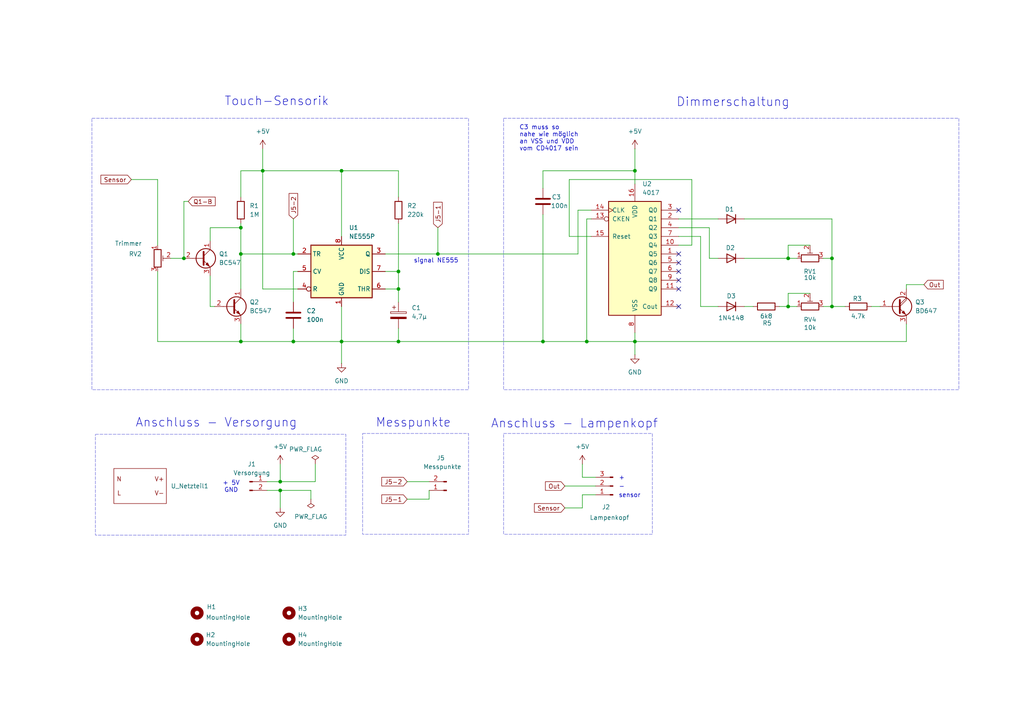
<source format=kicad_sch>
(kicad_sch (version 20250114) (generator "eeschema") (generator_version "9.0")
  (paper "A4")
  (title_block (title "HTLight") (date "2026-01-16") (rev "4.0") (company "HTL-Steyr") (comment 1 "Konstantin Schwödiauer") (comment 2 "Fabian Lenhart") (comment 3 "Thomas Zeiler"))
  (lib_symbols
    (symbol "4xxx:4017" (pin_names (offset 1.016))
      (property "Reference" "U" (at -7.62 16.51 0))
      (property "Value" "4017" (at -7.62 -19.05 0))
      (symbol "4017_1_0"
        (pin input clock (at -12.7 12.7 0) (length 5.08) (name "CLK") (number "14"))
        (pin input inverted (at -12.7 10.16 0) (length 5.08) (name "CKEN") (number "13"))
        (pin input line (at -12.7 5.08 0) (length 5.08) (name "Reset") (number "15"))
        (pin power_in line (at 0 20.32 270) (length 5.08) (name "VDD") (number "16"))
        (pin power_in line (at 0 -22.86 90) (length 5.08) (name "VSS") (number "8"))
        (pin output line (at 12.7 12.7 180) (length 5.08) (name "Q0") (number "3"))
        (pin output line (at 12.7 10.16 180) (length 5.08) (name "Q1") (number "2"))
        (pin output line (at 12.7 7.62 180) (length 5.08) (name "Q2") (number "4"))
        (pin output line (at 12.7 5.08 180) (length 5.08) (name "Q3") (number "7"))
        (pin output line (at 12.7 2.54 180) (length 5.08) (name "Q4") (number "10"))
        (pin output line (at 12.7 0 180) (length 5.08) (name "Q5") (number "1"))
        (pin output line (at 12.7 -2.54 180) (length 5.08) (name "Q6") (number "5"))
        (pin output line (at 12.7 -5.08 180) (length 5.08) (name "Q7") (number "6"))
        (pin output line (at 12.7 -7.62 180) (length 5.08) (name "Q8") (number "9"))
        (pin output line (at 12.7 -10.16 180) (length 5.08) (name "Q9") (number "11"))
        (pin output line (at 12.7 -15.24 180) (length 5.08) (name "Cout") (number "12"))
      )
      (symbol "4017_1_1"
        (rectangle (start -7.62 15.24) (end 7.62 -17.78) (stroke (width 0.254)) (fill (type background)))
      )
    )
    (symbol "Connector:Conn_01x02_Pin" (pin_names (offset 1.016) (hide yes))
      (property "Reference" "J" (at 0 2.54 0))
      (property "Value" "Conn_01x02_Pin" (at 0 -5.08 0))
      (symbol "Conn_01x02_Pin_1_1"
        (rectangle (start 0.8636 0.127) (end 0 -0.127) (stroke (width 0.1524)) (fill (type outline)))
        (rectangle (start 0.8636 -2.413) (end 0 -2.667) (stroke (width 0.1524)) (fill (type outline)))
        (polyline (pts (xy 1.27 0) (xy 0.8636 0)) (stroke (width 0.1524)))
        (polyline (pts (xy 1.27 -2.54) (xy 0.8636 -2.54)) (stroke (width 0.1524)))
        (pin passive line (at 5.08 0 180) (length 3.81) (name "Pin_1") (number "1"))
        (pin passive line (at 5.08 -2.54 180) (length 3.81) (name "Pin_2") (number "2"))
      )
    )
    (symbol "Connector:Conn_01x03_Pin" (pin_names (offset 1.016) (hide yes))
      (property "Reference" "J" (at 0 5.08 0))
      (property "Value" "Conn_01x03_Pin" (at 0 -5.08 0))
      (symbol "Conn_01x03_Pin_1_1"
        (rectangle (start 0.8636 2.667) (end 0 2.413) (stroke (width 0.1524)) (fill (type outline)))
        (rectangle (start 0.8636 0.127) (end 0 -0.127) (stroke (width 0.1524)) (fill (type outline)))
        (rectangle (start 0.8636 -2.413) (end 0 -2.667) (stroke (width 0.1524)) (fill (type outline)))
        (polyline (pts (xy 1.27 2.54) (xy 0.8636 2.54)) (stroke (width 0.1524)))
        (polyline (pts (xy 1.27 0) (xy 0.8636 0)) (stroke (width 0.1524)))
        (polyline (pts (xy 1.27 -2.54) (xy 0.8636 -2.54)) (stroke (width 0.1524)))
        (pin passive line (at 5.08 2.54 180) (length 3.81) (name "Pin_1") (number "1"))
        (pin passive line (at 5.08 0 180) (length 3.81) (name "Pin_2") (number "2"))
        (pin passive line (at 5.08 -2.54 180) (length 3.81) (name "Pin_3") (number "3"))
      )
    )
    (symbol "Device:C" (pin_numbers (hide yes)) (pin_names (offset 0.254))
      (property "Reference" "C" (at 0.635 2.54 0))
      (property "Value" "C" (at 0.635 -2.54 0))
      (symbol "C_0_1"
        (polyline (pts (xy -2.032 0.762) (xy 2.032 0.762)) (stroke (width 0.508)))
        (polyline (pts (xy -2.032 -0.762) (xy 2.032 -0.762)) (stroke (width 0.508)))
      )
      (symbol "C_1_1"
        (pin passive line (at 0 3.81 270) (length 2.794) (name "~") (number "1"))
        (pin passive line (at 0 -3.81 90) (length 2.794) (name "~") (number "2"))
      )
    )
    (symbol "Device:C_Polarized" (pin_numbers (hide yes)) (pin_names (offset 0.254))
      (property "Reference" "C" (at 0.635 2.54 0))
      (property "Value" "C_Polarized" (at 0.635 -2.54 0))
      (symbol "C_Polarized_0_1"
        (rectangle (start -2.286 0.508) (end 2.286 1.016))
        (polyline (pts (xy -1.778 2.286) (xy -0.762 2.286)))
        (polyline (pts (xy -1.27 2.794) (xy -1.27 1.778)))
        (rectangle (start 2.286 -0.508) (end -2.286 -1.016) (fill (type outline)))
      )
      (symbol "C_Polarized_1_1"
        (pin passive line (at 0 3.81 270) (length 2.794) (name "~") (number "1"))
        (pin passive line (at 0 -3.81 90) (length 2.794) (name "~") (number "2"))
      )
    )
    (symbol "Device:R" (pin_numbers (hide yes)) (pin_names (offset 0))
      (property "Reference" "R" (at 2.032 0 90))
      (property "Value" "R" (at 0 0 90))
      (symbol "R_0_1"
        (rectangle (start -1.016 -2.54) (end 1.016 2.54) (stroke (width 0.254)))
      )
      (symbol "R_1_1"
        (pin passive line (at 0 3.81 270) (length 1.27) (name "~") (number "1"))
        (pin passive line (at 0 -3.81 90) (length 1.27) (name "~") (number "2"))
      )
    )
    (symbol "Device:R_Potentiometer_Trim" (pin_names (offset 1.016) (hide yes))
      (property "Reference" "RV" (at -4.445 0 90))
      (property "Value" "R_Potentiometer_Trim" (at -2.54 0 90))
      (symbol "R_Potentiometer_Trim_0_1"
        (rectangle (start 1.016 2.54) (end -1.016 -2.54) (stroke (width 0.254)))
        (polyline (pts (xy 1.524 0.762) (xy 1.524 -0.762)))
        (polyline (pts (xy 2.54 0) (xy 1.524 0)))
      )
      (symbol "R_Potentiometer_Trim_1_1"
        (pin passive line (at 0 3.81 270) (length 1.27) (name "1") (number "1"))
        (pin passive line (at 0 -3.81 90) (length 1.27) (name "3") (number "3"))
        (pin passive line (at 3.81 0 180) (length 1.27) (name "2") (number "2"))
      )
    )
    (symbol "Diode:1N4148" (pin_numbers (hide yes)) (pin_names (hide yes))
      (property "Reference" "D" (at 0 2.54 0))
      (property "Value" "1N4148" (at 0 -2.54 0))
      (symbol "1N4148_0_1"
        (polyline (pts (xy -1.27 1.27) (xy -1.27 -1.27)) (stroke (width 0.254)))
        (polyline (pts (xy 1.27 1.27) (xy 1.27 -1.27) (xy -1.27 0) (xy 1.27 1.27)) (stroke (width 0.254)))
        (polyline (pts (xy 1.27 0) (xy -1.27 0)))
      )
      (symbol "1N4148_1_1"
        (pin passive line (at -3.81 0 0) (length 2.54) (name "K") (number "1"))
        (pin passive line (at 3.81 0 180) (length 2.54) (name "A") (number "2"))
      )
    )
    (symbol "Mechanical:MountingHole" (pin_names (offset 1.016)) (in_bom no)
      (property "Reference" "H" (at 0 5.08 0))
      (property "Value" "MountingHole" (at 0 3.175 0))
      (symbol "MountingHole_0_1"
        (circle (center 0 0) (radius 1.27) (stroke (width 1.27)))
      )
    )
    (symbol "Recom_Netzteil_Symbol:Recom_Netzteil"
      (property "Reference" "U" (at 0 0 0))
      (symbol "Recom_Netzteil_0_1"
        (rectangle (start -7.62 5.08) (end 7.62 -5.08))
      )
      (symbol "Recom_Netzteil_1_1"
        (text "N\n\nL\n" (at -6.096 0 0) (effects (font (size 1.27 1.27))))
        (text "V+\n\nV-\n" (at 5.588 0 0) (effects (font (size 1.27 1.27))))
      )
    )
    (symbol "Timer:NE555P"
      (property "Reference" "U" (at -10.16 8.89 0))
      (property "Value" "NE555P" (at 2.54 8.89 0))
      (symbol "NE555P_0_0"
        (pin power_in line (at 0 10.16 270) (length 2.54) (name "VCC") (number "8"))
        (pin power_in line (at 0 -10.16 90) (length 2.54) (name "GND") (number "1"))
      )
      (symbol "NE555P_0_1"
        (rectangle (start -8.89 -7.62) (end 8.89 7.62) (stroke (width 0.254)) (fill (type background)))
        (rectangle (start -8.89 -7.62) (end 8.89 7.62) (stroke (width 0.254)) (fill (type background)))
      )
      (symbol "NE555P_1_1"
        (pin input line (at -12.7 5.08 0) (length 3.81) (name "TR") (number "2"))
        (pin input line (at -12.7 0 0) (length 3.81) (name "CV") (number "5"))
        (pin input inverted (at -12.7 -5.08 0) (length 3.81) (name "R") (number "4"))
        (pin output line (at 12.7 5.08 180) (length 3.81) (name "Q") (number "3"))
        (pin input line (at 12.7 0 180) (length 3.81) (name "DIS") (number "7"))
        (pin input line (at 12.7 -5.08 180) (length 3.81) (name "THR") (number "6"))
      )
    )
    (symbol "Transistor_BJT:BC547" (pin_names (offset 0) (hide yes))
      (property "Reference" "Q" (at 5.08 1.905 0))
      (property "Value" "BC547" (at 5.08 0 0))
      (symbol "BC547_0_1"
        (polyline (pts (xy -2.54 0) (xy 0.635 0)))
        (polyline (pts (xy 0.635 1.905) (xy 0.635 -1.905)) (stroke (width 0.508)))
        (circle (center 1.27 0) (radius 2.8194) (stroke (width 0.254)))
      )
      (symbol "BC547_1_1"
        (polyline (pts (xy 0.635 0.635) (xy 2.54 2.54)))
        (polyline (pts (xy 0.635 -0.635) (xy 2.54 -2.54)))
        (polyline (pts (xy 1.27 -1.778) (xy 1.778 -1.27) (xy 2.286 -2.286) (xy 1.27 -1.778)) (fill (type outline)))
        (pin input line (at -5.08 0 0) (length 2.54) (name "B") (number "2"))
        (pin passive line (at 2.54 5.08 270) (length 2.54) (name "C") (number "1"))
        (pin passive line (at 2.54 -5.08 90) (length 2.54) (name "E") (number "3"))
      )
    )
    (symbol "Transistor_BJT:Q_NPN_Darlington_BCE" (pin_names (offset 0) (hide yes))
      (property "Reference" "Q" (at 4.572 1.27 0))
      (property "Value" "Q_NPN_Darlington_BCE" (at 4.572 -1.27 0))
      (symbol "Q_NPN_Darlington_BCE_0_1"
        (polyline (pts (xy -2.54 0) (xy 0.635 0)))
        (polyline (pts (xy 0.635 1.905) (xy 0.635 -1.905)) (stroke (width 0.508)))
        (polyline (pts (xy 0.635 0) (xy 2.54 1.905) (xy 2.54 2.54)))
        (circle (center 1.27 0) (radius 2.8194) (stroke (width 0.254)))
      )
      (symbol "Q_NPN_Darlington_BCE_1_1"
        (polyline (pts (xy 0.635 0.635) (xy 2.54 2.54)))
        (polyline (pts (xy 0.635 -0.635) (xy 2.54 -2.54)))
        (polyline (pts (xy 1.27 -1.778) (xy 1.778 -1.27) (xy 2.286 -2.286) (xy 1.27 -1.778)) (fill (type outline)))
        (pin input line (at -5.08 0 0) (length 2.54) (name "B") (number "1"))
        (pin passive line (at 2.54 5.08 270) (length 2.54) (name "C") (number "2"))
        (pin passive line (at 2.54 -5.08 90) (length 2.54) (name "E") (number "3"))
      )
    )
    (symbol "power:+5V" (power) (pin_numbers (hide yes)) (pin_names (offset 0) (hide yes))
      (property "Value" "+5V" (at 0 3.556 0))
      (symbol "+5V_0_1"
        (polyline (pts (xy -0.762 1.27) (xy 0 2.54)))
        (polyline (pts (xy 0 2.54) (xy 0.762 1.27)))
        (polyline (pts (xy 0 0) (xy 0 2.54)))
      )
      (symbol "+5V_1_1"
        (pin power_in line (at 0 0 90) (length 0) (name "~") (number "1"))
      )
    )
    (symbol "power:GND" (power) (pin_numbers (hide yes)) (pin_names (offset 0) (hide yes))
      (property "Value" "GND" (at 0 -3.81 0))
      (symbol "GND_0_1"
        (polyline (pts (xy 0 0) (xy 0 -1.27) (xy 1.27 -1.27) (xy 0 -2.54) (xy -1.27 -1.27) (xy 0 -1.27)))
      )
      (symbol "GND_1_1"
        (pin power_in line (at 0 0 270) (length 0) (name "~") (number "1"))
      )
    )
    (symbol "power:PWR_FLAG" (power) (pin_numbers (hide yes)) (pin_names (offset 0) (hide yes))
      (property "Value" "PWR_FLAG" (at 0 3.81 0))
      (symbol "PWR_FLAG_0_0"
        (pin power_out line (at 0 0 90) (length 0) (name "~") (number "1"))
      )
      (symbol "PWR_FLAG_0_1"
        (polyline (pts (xy 0 0) (xy 0 1.27) (xy -1.016 1.905) (xy 0 2.54) (xy 1.016 1.905) (xy 0 1.27)))
      )
    )
  )
  (rectangle (start 146.05 34.29) (end 278.13 113.03) (stroke (width 0.0508) (type dash)))
  (rectangle (start 146.05 125.73) (end 189.23 154.94) (stroke (width 0.0508) (type dash)))
  (rectangle (start 26.67 34.29) (end 135.89 113.03) (stroke (width 0.0508) (type dash)))
  (rectangle (start 105.156 125.73) (end 135.89 154.94) (stroke (width 0.0508) (type dash)))
  (rectangle (start 27.686 125.984) (end 100.33 155.194) (stroke (width 0.0508) (type dash)))
  (text "sensor" (at 182.626 143.764 0) (effects (font (size 1.27 1.27))))
  (text "Dimmerschaltung" (at 212.598 29.718 0) (effects (font (size 2.54 2.54))))
  (text "Anschluss - Lampenkopf" (at 166.624 122.936 0) (effects (font (size 2.54 2.54))))
  (text "signal NE555" (at 126.492 75.692 0) (effects (font (size 1.27 1.27))))
  (text "+ 5V\nGND" (at 67.056 141.224 0) (effects (font (size 1.27 1.27))))
  (text "Anschluss - Versorgung" (at 62.738 122.682 0) (effects (font (size 2.54 2.54))))
  (text "-" (at 180.34 141.224 0) (effects (font (size 1.27 1.27))))
  (text "+" (at 180.34 138.684 0) (effects (font (size 1.27 1.27))))
  (text "Messpunkte" (at 119.888 122.682 0) (effects (font (size 2.54 2.54))))
  (text "C3 muss so \nnahe wie möglich \nan VSS und VDD \nvom CD4017 sein" (at 150.622 40.132 0) (effects (font (size 1.27 1.27)) (justify left)))
  (text "Touch-Sensorik" (at 80.264 29.464 0) (effects (font (size 2.54 2.54))))
  (junction (at 69.85 73.66))
  (junction (at 76.2 49.53))
  (junction (at 85.09 99.06))
  (junction (at 115.57 83.82))
  (junction (at 99.06 49.53))
  (junction (at 115.57 78.74))
  (junction (at 228.6 88.9))
  (junction (at 184.15 49.53))
  (junction (at 115.57 99.06))
  (junction (at 69.85 99.06))
  (junction (at 85.09 73.66))
  (junction (at 157.48 99.06))
  (junction (at 241.3 88.9))
  (junction (at 81.28 139.7))
  (junction (at 184.15 99.06))
  (junction (at 81.28 142.24))
  (junction (at 241.3 74.93))
  (junction (at 170.18 99.06))
  (junction (at 127 73.66))
  (junction (at 99.06 99.06))
  (junction (at 228.6 74.93))
  (junction (at 53.34 74.93))
  (junction (at 69.85 66.04))
  (no_connect (at 196.85 73.66))
  (no_connect (at 196.85 88.9))
  (no_connect (at 196.85 76.2))
  (no_connect (at 196.85 60.96))
  (no_connect (at 196.85 81.28))
  (no_connect (at 196.85 83.82))
  (no_connect (at 196.85 78.74))
  (wire (pts (xy 60.96 88.9) (xy 62.23 88.9)))
  (wire (pts (xy 45.72 99.06) (xy 69.85 99.06)))
  (wire (pts (xy 81.28 134.62) (xy 81.28 139.7)))
  (wire (pts (xy 170.18 63.5) (xy 170.18 99.06)))
  (wire (pts (xy 49.53 74.93) (xy 53.34 74.93)))
  (wire (pts (xy 184.15 96.52) (xy 184.15 99.06)))
  (wire (pts (xy 118.11 144.78) (xy 124.46 144.78)))
  (wire (pts (xy 85.09 63.5) (xy 85.09 73.66)))
  (wire (pts (xy 60.96 80.01) (xy 60.96 88.9)))
  (wire (pts (xy 241.3 88.9) (xy 245.11 88.9)))
  (wire (pts (xy 165.1 68.58) (xy 165.1 52.07)))
  (wire (pts (xy 45.72 78.74) (xy 45.72 99.06)))
  (wire (pts (xy 115.57 49.53) (xy 99.06 49.53)))
  (wire (pts (xy 168.91 143.51) (xy 172.72 143.51)))
  (wire (pts (xy 228.6 71.12) (xy 228.6 74.93)))
  (wire (pts (xy 60.96 69.85) (xy 60.96 66.04)))
  (wire (pts (xy 215.9 74.93) (xy 228.6 74.93)))
  (wire (pts (xy 69.85 64.77) (xy 69.85 66.04)))
  (wire (pts (xy 238.76 88.9) (xy 241.3 88.9)))
  (wire (pts (xy 157.48 99.06) (xy 170.18 99.06)))
  (wire (pts (xy 165.1 52.07) (xy 200.66 52.07)))
  (wire (pts (xy 203.2 68.58) (xy 196.85 68.58)))
  (wire (pts (xy 99.06 99.06) (xy 99.06 105.41)))
  (wire (pts (xy 203.2 88.9) (xy 203.2 68.58)))
  (wire (pts (xy 81.28 142.24) (xy 77.47 142.24)))
  (wire (pts (xy 90.17 144.78) (xy 90.17 142.24)))
  (wire (pts (xy 157.48 49.53) (xy 157.48 54.61)))
  (wire (pts (xy 81.28 142.24) (xy 81.28 147.32)))
  (wire (pts (xy 76.2 49.53) (xy 99.06 49.53)))
  (wire (pts (xy 99.06 49.53) (xy 99.06 68.58)))
  (wire (pts (xy 81.28 139.7) (xy 77.47 139.7)))
  (wire (pts (xy 200.66 71.12) (xy 196.85 71.12)))
  (wire (pts (xy 168.91 134.62) (xy 168.91 138.43)))
  (wire (pts (xy 171.45 68.58) (xy 165.1 68.58)))
  (wire (pts (xy 118.11 139.7) (xy 124.46 139.7)))
  (wire (pts (xy 91.44 134.62) (xy 91.44 139.7)))
  (wire (pts (xy 203.2 88.9) (xy 208.28 88.9)))
  (wire (pts (xy 228.6 88.9) (xy 231.14 88.9)))
  (wire (pts (xy 170.18 99.06) (xy 184.15 99.06)))
  (wire (pts (xy 196.85 63.5) (xy 208.28 63.5)))
  (wire (pts (xy 215.9 63.5) (xy 241.3 63.5)))
  (wire (pts (xy 228.6 88.9) (xy 228.6 85.09)))
  (wire (pts (xy 252.73 88.9) (xy 255.27 88.9)))
  (wire (pts (xy 205.74 74.93) (xy 208.28 74.93)))
  (wire (pts (xy 69.85 73.66) (xy 85.09 73.66)))
  (wire (pts (xy 228.6 85.09) (xy 234.95 85.09)))
  (wire (pts (xy 228.6 74.93) (xy 231.14 74.93)))
  (wire (pts (xy 168.91 138.43) (xy 172.72 138.43)))
  (wire (pts (xy 262.89 82.55) (xy 267.97 82.55)))
  (wire (pts (xy 81.28 142.24) (xy 90.17 142.24)))
  (wire (pts (xy 184.15 99.06) (xy 262.89 99.06)))
  (wire (pts (xy 168.91 143.51) (xy 168.91 147.32)))
  (wire (pts (xy 54.61 58.42) (xy 53.34 58.42)))
  (wire (pts (xy 226.06 88.9) (xy 228.6 88.9)))
  (wire (pts (xy 167.64 73.66) (xy 167.64 60.96)))
  (wire (pts (xy 115.57 99.06) (xy 157.48 99.06)))
  (wire (pts (xy 69.85 73.66) (xy 69.85 83.82)))
  (wire (pts (xy 205.74 66.04) (xy 196.85 66.04)))
  (wire (pts (xy 157.48 62.23) (xy 157.48 99.06)))
  (wire (pts (xy 69.85 49.53) (xy 76.2 49.53)))
  (wire (pts (xy 60.96 66.04) (xy 69.85 66.04)))
  (wire (pts (xy 115.57 83.82) (xy 115.57 78.74)))
  (wire (pts (xy 184.15 43.18) (xy 184.15 49.53)))
  (wire (pts (xy 111.76 83.82) (xy 115.57 83.82)))
  (wire (pts (xy 205.74 74.93) (xy 205.74 66.04)))
  (wire (pts (xy 200.66 52.07) (xy 200.66 71.12)))
  (wire (pts (xy 124.46 142.24) (xy 124.46 144.78)))
  (wire (pts (xy 163.83 140.97) (xy 172.72 140.97)))
  (wire (pts (xy 157.48 49.53) (xy 184.15 49.53)))
  (wire (pts (xy 85.09 95.25) (xy 85.09 99.06)))
  (wire (pts (xy 85.09 87.63) (xy 85.09 78.74)))
  (wire (pts (xy 76.2 43.18) (xy 76.2 49.53)))
  (wire (pts (xy 69.85 49.53) (xy 69.85 57.15)))
  (wire (pts (xy 127 66.04) (xy 127 73.66)))
  (wire (pts (xy 53.34 58.42) (xy 53.34 74.93)))
  (wire (pts (xy 115.57 83.82) (xy 115.57 87.63)))
  (wire (pts (xy 85.09 73.66) (xy 86.36 73.66)))
  (wire (pts (xy 171.45 60.96) (xy 167.64 60.96)))
  (wire (pts (xy 111.76 78.74) (xy 115.57 78.74)))
  (wire (pts (xy 262.89 93.98) (xy 262.89 99.06)))
  (wire (pts (xy 69.85 99.06) (xy 85.09 99.06)))
  (wire (pts (xy 69.85 66.04) (xy 69.85 73.66)))
  (wire (pts (xy 262.89 82.55) (xy 262.89 83.82)))
  (wire (pts (xy 91.44 139.7) (xy 81.28 139.7)))
  (wire (pts (xy 234.95 71.12) (xy 228.6 71.12)))
  (wire (pts (xy 86.36 83.82) (xy 76.2 83.82)))
  (wire (pts (xy 184.15 99.06) (xy 184.15 102.87)))
  (wire (pts (xy 127 73.66) (xy 167.64 73.66)))
  (wire (pts (xy 99.06 99.06) (xy 115.57 99.06)))
  (wire (pts (xy 76.2 83.82) (xy 76.2 49.53)))
  (wire (pts (xy 111.76 73.66) (xy 127 73.66)))
  (wire (pts (xy 99.06 88.9) (xy 99.06 99.06)))
  (wire (pts (xy 218.44 88.9) (xy 215.9 88.9)))
  (wire (pts (xy 238.76 74.93) (xy 241.3 74.93)))
  (wire (pts (xy 184.15 49.53) (xy 184.15 53.34)))
  (wire (pts (xy 170.18 63.5) (xy 171.45 63.5)))
  (wire (pts (xy 163.83 147.32) (xy 168.91 147.32)))
  (wire (pts (xy 115.57 57.15) (xy 115.57 49.53)))
  (wire (pts (xy 85.09 78.74) (xy 86.36 78.74)))
  (wire (pts (xy 115.57 95.25) (xy 115.57 99.06)))
  (wire (pts (xy 69.85 93.98) (xy 69.85 99.06)))
  (wire (pts (xy 241.3 74.93) (xy 241.3 88.9)))
  (wire (pts (xy 45.72 52.07) (xy 45.72 71.12)))
  (wire (pts (xy 99.06 99.06) (xy 85.09 99.06)))
  (wire (pts (xy 241.3 63.5) (xy 241.3 74.93)))
  (wire (pts (xy 115.57 78.74) (xy 115.57 64.77)))
  (wire (pts (xy 38.1 52.07) (xy 45.72 52.07)))
  (global_label "J5-1" (shape input) (at 118.11 144.78 180) (property "Intersheetrefs" "${INTERSHEET_REFS}" (effects (hide yes))))
  (global_label "Sensor" (shape input) (at 38.1 52.07 180) (property "Intersheetrefs" "${INTERSHEET_REFS}" (effects (hide yes))))
  (global_label "J5-2" (shape input) (at 85.09 63.5 90) (property "Intersheetrefs" "${INTERSHEET_REFS}" (effects (hide yes))))
  (global_label "Out" (shape input) (at 267.97 82.55 0) (property "Intersheetrefs" "${INTERSHEET_REFS}" (effects (hide yes))))
  (global_label "J5-1" (shape input) (at 127 66.04 90) (property "Intersheetrefs" "${INTERSHEET_REFS}" (effects (hide yes))))
  (global_label "Out" (shape input) (at 163.83 140.97 180) (property "Intersheetrefs" "${INTERSHEET_REFS}" (effects (hide yes))))
  (global_label "Q1-B" (shape input) (at 54.61 58.42 0) (property "Intersheetrefs" "${INTERSHEET_REFS}" (effects (hide yes))))
  (global_label "Sensor" (shape input) (at 163.83 147.32 180) (property "Intersheetrefs" "${INTERSHEET_REFS}" (effects (hide yes))))
  (global_label "J5-2" (shape input) (at 118.11 139.7 180) (property "Intersheetrefs" "${INTERSHEET_REFS}" (effects (hide yes))))
  (symbol (lib_id "Device:R_Potentiometer_Trim") (at 234.95 88.9 90) (unit 1)
    (property "Reference" "RV4" (at 234.95 92.71 90))
    (property "Value" "10k" (at 234.95 94.996 90))
    (property "Footprint" "Potentiometer_THT:Potentiometer_Bourns_3386P_Vertical" (effects (hide yes)))
    (property "Description" "Trim-potentiometer" (effects (hide yes)))
    (property "RS/URL" "https://at.rs-online.com/web/p/trimmerpotentiometer/5222693" (effects (hide yes)))
  )
  (symbol (lib_id "power:PWR_FLAG") (at 90.17 144.78 180) (unit 1)
    (property "Reference" "#FLG03" (effects (hide yes)))
    (property "Value" "PWR_FLAG" (at 90.17 149.86 0))
    (property "Description" "Special symbol for telling ERC where power comes from" (effects (hide yes)))
  )
  (symbol (lib_id "Transistor_BJT:BC547") (at 58.42 74.93 0) (unit 1)
    (property "Reference" "Q1" (at 63.5 73.6599 0) (effects (justify left)))
    (property "Value" "BC547" (at 63.5 76.1999 0) (effects (justify left)))
    (property "Footprint" "Package_TO_SOT_THT:TO-92L_HandSolder" (effects (hide yes)))
    (property "Datasheet" "https://www.onsemi.com/pub/Collateral/BC550-D.pdf" (effects (hide yes)))
    (property "Description" "0.1A Ic, 45V Vce, Small Signal NPN Transistor, TO-92" (effects (hide yes)))
  )
  (symbol (lib_id "Diode:1N4148") (at 212.09 63.5 0) (mirror y) (unit 1)
    (property "Reference" "D1" (at 211.582 60.706 0))
    (property "Value" "1N4148" (effects (hide yes)))
    (property "Footprint" "Diode_THT:D_DO-35_SOD27_P7.62mm_Horizontal" (effects (hide yes)))
    (property "Datasheet" "https://assets.nexperia.com/documents/data-sheet/1N4148_1N4448.pdf" (effects (hide yes)))
    (property "Description" "100V 0.15A standard switching diode, DO-35" (effects (hide yes)))
    (property "Sim.Device" "D" (effects (hide yes)))
    (property "Sim.Pins" "1=K 2=A" (effects (hide yes)))
  )
  (symbol (lib_id "power:PWR_FLAG") (at 91.44 134.62 0) (unit 1)
    (property "Reference" "#FLG04" (effects (hide yes)))
    (property "Value" "PWR_FLAG" (at 88.646 130.302 0))
    (property "Description" "Special symbol for telling ERC where power comes from" (effects (hide yes)))
  )
  (symbol (lib_id "Mechanical:MountingHole") (at 57.15 185.42 0) (unit 1) (in_bom no)
    (property "Reference" "H2" (at 59.69 184.1499 0) (effects (justify left)))
    (property "Value" "MountingHole" (at 59.69 186.6899 0) (effects (justify left)))
    (property "Footprint" "MountingHole:MountingHole_3.2mm_M3" (effects (hide yes)))
    (property "Description" "Mounting Hole without connection" (effects (hide yes)))
  )
  (symbol (lib_id "Device:R") (at 248.92 88.9 270) (unit 1)
    (property "Reference" "R3" (at 248.666 86.614 90))
    (property "Value" "4,7k" (at 248.92 91.694 90))
    (property "Footprint" "Resistor_THT:R_Axial_DIN0207_L6.3mm_D2.5mm_P10.16mm_Horizontal" (effects (hide yes)))
    (property "Description" "Resistor" (effects (hide yes)))
  )
  (symbol (lib_id "Device:R") (at 115.57 60.96 0) (unit 1)
    (property "Reference" "R2" (at 118.11 59.6899 0) (effects (justify left)))
    (property "Value" "220k" (at 118.11 62.2299 0) (effects (justify left)))
    (property "Footprint" "Resistor_THT:R_Axial_DIN0207_L6.3mm_D2.5mm_P10.16mm_Horizontal" (effects (hide yes)))
    (property "Description" "Resistor" (effects (hide yes)))
  )
  (symbol (lib_id "Connector:Conn_01x02_Pin") (at 72.39 139.7 0) (unit 1)
    (property "Reference" "J1" (at 73.025 134.62 0))
    (property "Value" "Versorgung" (at 73.025 137.16 0))
    (property "Footprint" "TerminalBlock_Phoenix:TerminalBlock_Phoenix_MKDS-1,5-2-5.08_1x02_P5.08mm_Horizontal" (effects (hide yes)))
    (property "Description" "Generic connector, single row, 01x02, script generated" (effects (hide yes)))
  )
  (symbol (lib_id "Device:R") (at 69.85 60.96 0) (unit 1)
    (property "Reference" "R1" (at 72.39 59.6899 0) (effects (justify left)))
    (property "Value" "1M" (at 72.39 62.2299 0) (effects (justify left)))
    (property "Footprint" "Resistor_THT:R_Axial_DIN0207_L6.3mm_D2.5mm_P10.16mm_Horizontal" (effects (hide yes)))
    (property "Description" "Resistor" (effects (hide yes)))
  )
  (symbol (lib_id "Connector:Conn_01x03_Pin") (at 177.8 140.97 180) (unit 1)
    (property "Reference" "J2" (at 175.768 147.066 0))
    (property "Value" "Lampenkopf" (at 176.784 150.114 0))
    (property "Footprint" "TerminalBlock_Phoenix:TerminalBlock_Phoenix_MKDS-1,5-3-5.08_1x03_P5.08mm_Horizontal" (effects (hide yes)))
    (property "Description" "Generic connector, single row, 01x03, script generated" (effects (hide yes)))
  )
  (symbol (lib_id "Mechanical:MountingHole") (at 83.82 185.42 0) (unit 1) (in_bom no)
    (property "Reference" "H4" (at 86.36 184.1499 0) (effects (justify left)))
    (property "Value" "MountingHole" (at 86.36 186.6899 0) (effects (justify left)))
    (property "Footprint" "MountingHole:MountingHole_3.2mm_M3" (effects (hide yes)))
    (property "Description" "Mounting Hole without connection" (effects (hide yes)))
  )
  (symbol (lib_id "Mechanical:MountingHole") (at 83.82 177.8 0) (unit 1) (in_bom no)
    (property "Reference" "H3" (at 86.36 176.5299 0) (effects (justify left)))
    (property "Value" "MountingHole" (at 86.36 179.0699 0) (effects (justify left)))
    (property "Footprint" "MountingHole:MountingHole_3.2mm_M3" (effects (hide yes)))
    (property "Description" "Mounting Hole without connection" (effects (hide yes)))
  )
  (symbol (lib_id "Device:R_Potentiometer_Trim") (at 45.72 74.93 0) (unit 1)
    (property "Reference" "RV2" (at 41.148 73.66 0) (effects (justify right)))
    (property "Value" "Trimmer" (at 41.148 70.612 0) (effects (justify right)))
    (property "Footprint" "Potentiometer_THT:Potentiometer_ACP_CA9-V10_Vertical" (effects (hide yes)))
    (property "Description" "Trim-potentiometer" (effects (hide yes)))
  )
  (symbol (lib_id "Mechanical:MountingHole") (at 57.15 177.8 0) (unit 1) (in_bom no)
    (property "Reference" "H1" (at 59.944 176.022 0) (effects (justify left)))
    (property "Value" "MountingHole" (at 59.69 179.0699 0) (effects (justify left)))
    (property "Footprint" "MountingHole:MountingHole_3.2mm_M3" (effects (hide yes)))
    (property "Description" "Mounting Hole without connection" (effects (hide yes)))
  )
  (symbol (lib_id "Device:C") (at 85.09 91.44 0) (unit 1)
    (property "Reference" "C2" (at 88.9 90.1699 0) (effects (justify left)))
    (property "Value" "100n" (at 88.9 92.7099 0) (effects (justify left)))
    (property "Footprint" "Capacitor_THT:CP_Radial_Tantal_D4.5mm_P2.50mm" (effects (hide yes)))
    (property "Description" "Unpolarized capacitor" (effects (hide yes)))
  )
  (symbol (lib_id "Device:R_Potentiometer_Trim") (at 234.95 74.93 90) (unit 1)
    (property "Reference" "RV1" (at 234.95 78.74 90))
    (property "Value" "10k" (at 234.95 80.518 90))
    (property "Footprint" "Potentiometer_THT:Potentiometer_Bourns_3386P_Vertical" (effects (hide yes)))
    (property "Description" "Trim-potentiometer" (effects (hide yes)))
    (property "RS/URL" "https://at.rs-online.com/web/p/trimmerpotentiometer/5222693" (effects (hide yes)))
  )
  (symbol (lib_id "Connector:Conn_01x02_Pin") (at 129.54 142.24 180) (unit 1)
    (property "Reference" "J5" (at 129.032 132.842 0) (effects (justify left)))
    (property "Value" "Messpunkte" (at 133.858 135.382 0) (effects (justify left)))
    (property "Footprint" "Connector_PinHeader_2.54mm:PinHeader_1x02_P2.54mm_Vertical" (effects (hide yes)))
    (property "Description" "Generic connector, single row, 01x02, script generated" (effects (hide yes)))
  )
  (symbol (lib_id "Transistor_BJT:BC547") (at 67.31 88.9 0) (unit 1)
    (property "Reference" "Q2" (at 72.39 87.6299 0) (effects (justify left)))
    (property "Value" "BC547" (at 72.39 90.1699 0) (effects (justify left)))
    (property "Footprint" "Package_TO_SOT_THT:TO-92L_HandSolder" (effects (hide yes)))
    (property "Datasheet" "https://www.onsemi.com/pub/Collateral/BC550-D.pdf" (effects (hide yes)))
    (property "Description" "0.1A Ic, 45V Vce, Small Signal NPN Transistor, TO-92" (effects (hide yes)))
  )
  (symbol (lib_id "power:GND") (at 184.15 102.87 0) (mirror y) (unit 1)
    (property "Reference" "#PWR05" (effects (hide yes)))
    (property "Value" "GND" (at 184.15 107.95 0))
    (property "Description" "Power symbol creates a global label with name \"GND\" , ground" (effects (hide yes)))
  )
  (symbol (lib_id "Recom_Netzteil_Symbol:Recom_Netzteil") (at 40.64 140.97 0) (unit 1)
    (property "Reference" "U_Netzteil1" (at 49.53 140.9699 0) (effects (justify left)))
    (property "Value" "Recom Netzteil" (effects (hide yes)))
    (property "Footprint" "Libary:Recom_Netzteil_Footprint" (effects (hide yes)))
  )
  (symbol (lib_id "Device:C") (at 157.48 58.42 0) (unit 1)
    (property "Reference" "C3" (at 160.02 57.15 0) (effects (justify left)))
    (property "Value" "100n" (at 159.766 59.69 0) (effects (justify left)))
    (property "Footprint" "Capacitor_THT:CP_Radial_Tantal_D4.5mm_P2.50mm" (effects (hide yes)))
    (property "Description" "Unpolarized capacitor" (effects (hide yes)))
  )
  (symbol (lib_id "Device:C_Polarized") (at 115.57 91.44 0) (unit 1)
    (property "Reference" "C1" (at 119.38 89.2809 0) (effects (justify left)))
    (property "Value" "4,7µ" (at 119.38 91.8209 0) (effects (justify left)))
    (property "Footprint" "Capacitor_THT:C_Axial_L3.8mm_D2.6mm_P15.00mm_Horizontal" (effects (hide yes)))
    (property "Description" "Polarized capacitor" (effects (hide yes)))
  )
  (symbol (lib_id "Timer:NE555P") (at 99.06 78.74 0) (unit 1)
    (property "Reference" "U1" (at 101.2033 66.04 0) (effects (justify left)))
    (property "Value" "NE555P" (at 101.2033 68.58 0) (effects (justify left)))
    (property "Footprint" "Package_DIP:DIP-8_W7.62mm" (effects (hide yes)))
    (property "Datasheet" "http://www.ti.com/lit/ds/symlink/ne555.pdf" (effects (hide yes)))
    (property "Description" "Precision Timers, 555 compatible,  PDIP-8" (effects (hide yes)))
  )
  (symbol (lib_id "power:+5V") (at 184.15 43.18 0) (unit 1)
    (property "Reference" "#PWR02" (effects (hide yes)))
    (property "Value" "+5V" (at 184.15 38.1 0))
    (property "Description" "Power symbol creates a global label with name \"+5V\"" (effects (hide yes)))
  )
  (symbol (lib_id "power:GND") (at 99.06 105.41 0) (mirror y) (unit 1)
    (property "Reference" "#PWR01" (effects (hide yes)))
    (property "Value" "GND" (at 99.06 110.49 0))
    (property "Description" "Power symbol creates a global label with name \"GND\" , ground" (effects (hide yes)))
  )
  (symbol (lib_id "power:+5V") (at 168.91 134.62 0) (unit 1)
    (property "Reference" "#PWR04" (effects (hide yes)))
    (property "Value" "+5V" (at 168.91 129.54 0))
    (property "Description" "Power symbol creates a global label with name \"+5V\"" (effects (hide yes)))
  )
  (symbol (lib_id "power:+5V") (at 76.2 43.18 0) (unit 1)
    (property "Reference" "#PWR03" (effects (hide yes)))
    (property "Value" "+5V" (at 76.2 38.1 0))
    (property "Description" "Power symbol creates a global label with name \"+5V\"" (effects (hide yes)))
  )
  (symbol (lib_id "Device:R") (at 222.25 88.9 90) (unit 1)
    (property "Reference" "R5" (at 222.504 93.726 90))
    (property "Value" "6k8" (at 222.25 91.694 90))
    (property "Footprint" "Resistor_THT:R_Axial_DIN0207_L6.3mm_D2.5mm_P10.16mm_Horizontal" (effects (hide yes)))
    (property "Description" "Resistor" (effects (hide yes)))
  )
  (symbol (lib_id "Diode:1N4148") (at 212.09 88.9 0) (mirror y) (unit 1)
    (property "Reference" "D3" (at 212.09 85.852 0))
    (property "Value" "1N4148" (at 212.09 92.202 0))
    (property "Footprint" "Diode_THT:D_DO-35_SOD27_P7.62mm_Horizontal" (effects (hide yes)))
    (property "Datasheet" "https://assets.nexperia.com/documents/data-sheet/1N4148_1N4448.pdf" (effects (hide yes)))
    (property "Description" "100V 0.15A standard switching diode, DO-35" (effects (hide yes)))
    (property "Sim.Device" "D" (effects (hide yes)))
    (property "Sim.Pins" "1=K 2=A" (effects (hide yes)))
  )
  (symbol (lib_id "4xxx:4017") (at 184.15 73.66 0) (unit 1)
    (property "Reference" "U2" (at 186.2933 53.34 0) (effects (justify left)))
    (property "Value" "4017" (at 186.2933 55.88 0) (effects (justify left)))
    (property "Footprint" "Package_DIP:DIP-16_W7.62mm" (effects (hide yes)))
    (property "Datasheet" "http://www.intersil.com/content/dam/Intersil/documents/cd40/cd4017bms-22bms.pdf" (effects (hide yes)))
    (property "Description" "Johnson Counter ( 10 outputs )" (effects (hide yes)))
  )
  (symbol (lib_id "Transistor_BJT:Q_NPN_Darlington_BCE") (at 260.35 88.9 0) (unit 1)
    (property "Reference" "Q3" (at 265.43 87.6299 0) (effects (justify left)))
    (property "Value" "BD647" (at 265.43 90.1699 0) (effects (justify left)))
    (property "Footprint" "Package_TO_SOT_THT:TO-220-3_Vertical" (effects (hide yes)))
    (property "Description" "NPN Darlington transistor, base/collector/emitter" (effects (hide yes)))
  )
  (symbol (lib_id "power:GND") (at 81.28 147.32 0) (mirror y) (unit 1)
    (property "Reference" "#PWR07" (effects (hide yes)))
    (property "Value" "GND" (at 81.28 152.4 0))
    (property "Description" "Power symbol creates a global label with name \"GND\" , ground" (effects (hide yes)))
  )
  (symbol (lib_id "power:+5V") (at 81.28 134.62 0) (unit 1)
    (property "Reference" "#PWR06" (effects (hide yes)))
    (property "Value" "+5V" (at 81.28 129.54 0))
    (property "Description" "Power symbol creates a global label with name \"+5V\"" (effects (hide yes)))
  )
  (symbol (lib_id "Diode:1N4148") (at 212.09 74.93 0) (mirror y) (unit 1)
    (property "Reference" "D2" (at 211.836 71.882 0))
    (property "Value" "1N4148" (effects (hide yes)))
    (property "Footprint" "Diode_THT:D_DO-35_SOD27_P7.62mm_Horizontal" (effects (hide yes)))
    (property "Datasheet" "https://assets.nexperia.com/documents/data-sheet/1N4148_1N4448.pdf" (effects (hide yes)))
    (property "Description" "100V 0.15A standard switching diode, DO-35" (effects (hide yes)))
    (property "Sim.Device" "D" (effects (hide yes)))
    (property "Sim.Pins" "1=K 2=A" (effects (hide yes)))
  )
)
</source>
